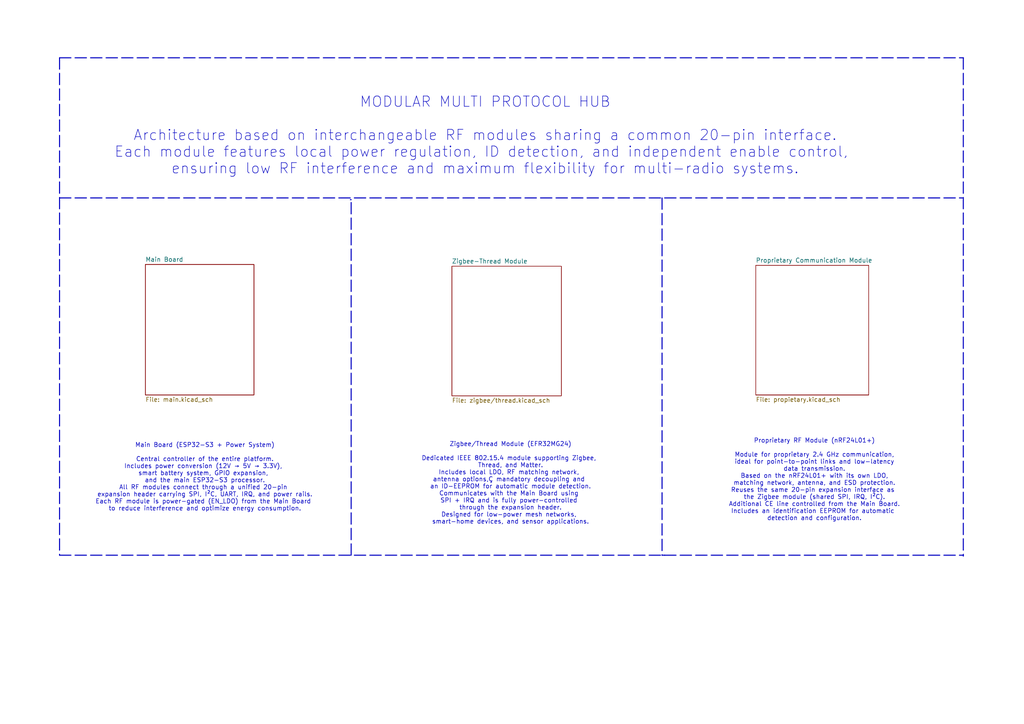
<source format=kicad_sch>
(kicad_sch
	(version 20250114)
	(generator "eeschema")
	(generator_version "9.0")
	(uuid "2f4c15b3-8cc3-42dd-8fd5-f75a8a30a690")
	(paper "A4")
	(lib_symbols)
	(text "Proprietary RF Module (nRF24L01+)\n\nModule for proprietary 2.4 GHz communication,\nideal for point-to-point links and low-latency\ndata transmission.\nBased on the nRF24L01+ with its own LDO,\nmatching network, antenna, and ESD protection.\nReuses the same 20-pin expansion interface as \nthe Zigbee module (shared SPI, IRQ, I²C).\nAdditional CE line controlled from the Main Board.\nIncludes an identification EEPROM for automatic \ndetection and configuration."
		(exclude_from_sim no)
		(at 236.22 139.192 0)
		(effects
			(font
				(size 1.27 1.27)
			)
		)
		(uuid "66cd3675-5d10-4aa6-be40-78b6f9067048")
	)
	(text "Main Board (ESP32-S3 + Power System)\n\nCentral controller of the entire platform.\nIncludes power conversion (12V → 5V → 3.3V), \nsmart battery system, GPIO expansion, \nand the main ESP32-S3 processor.\nAll RF modules connect through a unified 20-pin \nexpansion header carrying SPI, I²C, UART, IRQ, and power rails.\nEach RF module is power-gated (EN_LDO) from the Main Board \nto reduce interference and optimize energy consumption."
		(exclude_from_sim no)
		(at 59.436 138.43 0)
		(effects
			(font
				(size 1.27 1.27)
			)
		)
		(uuid "6d07d82e-8a24-4e5c-adb8-b464e13f9cc6")
	)
	(text "Zigbee/Thread Module (EFR32MG24)\n\nDedicated IEEE 802.15.4 module supporting Zigbee, \nThread, and Matter.\nIncludes local LDO, RF matching network, \nantenna options,Ç mandatory decoupling and \nan ID-EEPROM for automatic module detection.\nCommunicates with the Main Board using \nSPI + IRQ and is fully power-controlled \nthrough the expansion header.\nDesigned for low-power mesh networks, \nsmart-home devices, and sensor applications."
		(exclude_from_sim no)
		(at 148.082 140.208 0)
		(effects
			(font
				(size 1.27 1.27)
			)
		)
		(uuid "b96f34d4-a456-4c73-a6c6-e6bdfba82a04")
	)
	(text "MODULAR MULTI PROTOCOL HUB\n\nArchitecture based on interchangeable RF modules sharing a common 20-pin interface.\nEach module features local power regulation, ID detection, and independent enable control, \nensuring low RF interference and maximum flexibility for multi-radio systems."
		(exclude_from_sim no)
		(at 140.716 39.37 0)
		(effects
			(font
				(size 3 3)
			)
		)
		(uuid "ba95cdb4-345b-4f4a-895a-d615cf3533ef")
	)
	(polyline
		(pts
			(xy 17.272 16.764) (xy 17.272 161.036)
		)
		(stroke
			(width 0.3)
			(type dash)
		)
		(uuid "3775b251-e79e-43c1-addf-80a13d68b11c")
	)
	(polyline
		(pts
			(xy 101.854 161.036) (xy 101.854 57.912)
		)
		(stroke
			(width 0.3)
			(type dash)
		)
		(uuid "54c631d1-5a5a-49f4-a585-0de8a6955ad2")
	)
	(polyline
		(pts
			(xy 192.024 161.036) (xy 192.786 161.036)
		)
		(stroke
			(width 0.3)
			(type dash)
		)
		(uuid "688401a9-7655-4ea0-bc5c-2e697663a7c2")
	)
	(polyline
		(pts
			(xy 17.272 16.764) (xy 279.4 16.764)
		)
		(stroke
			(width 0.3)
			(type dash)
		)
		(uuid "70fffd27-720b-494d-8f3e-6aebde1bd066")
	)
	(polyline
		(pts
			(xy 192.024 57.404) (xy 192.024 161.036)
		)
		(stroke
			(width 0.3)
			(type dash)
		)
		(uuid "968e787e-c3d7-4e55-b2c8-dabfa9f051e0")
	)
	(polyline
		(pts
			(xy 279.4 16.764) (xy 279.4 161.29)
		)
		(stroke
			(width 0.3)
			(type dash)
		)
		(uuid "a40e739b-58fe-4973-bfef-c2ef503dd45c")
	)
	(polyline
		(pts
			(xy 17.272 161.036) (xy 279.4 161.036)
		)
		(stroke
			(width 0.3)
			(type dash)
		)
		(uuid "acc51adc-2be7-41b4-8852-f5a030e898f7")
	)
	(polyline
		(pts
			(xy 101.6 57.912) (xy 101.854 57.912)
		)
		(stroke
			(width 0.3)
			(type dash)
		)
		(uuid "b9c29cfa-5062-449a-961a-e5d2fb590fad")
	)
	(polyline
		(pts
			(xy 17.272 57.404) (xy 279.146 57.404)
		)
		(stroke
			(width 0.3)
			(type dash)
		)
		(uuid "efac8170-8e59-4bc2-96f6-3643645014f9")
	)
	(sheet
		(at 219.202 76.962)
		(size 32.766 37.592)
		(exclude_from_sim no)
		(in_bom yes)
		(on_board yes)
		(dnp no)
		(fields_autoplaced yes)
		(stroke
			(width 0.1524)
			(type solid)
		)
		(fill
			(color 0 0 0 0.0000)
		)
		(uuid "03e859a1-1cae-4480-919d-2ba03c99f540")
		(property "Sheetname" "Proprietary Communication Module"
			(at 219.202 76.2504 0)
			(effects
				(font
					(size 1.27 1.27)
				)
				(justify left bottom)
			)
		)
		(property "Sheetfile" "propietary.kicad_sch"
			(at 219.202 115.1386 0)
			(effects
				(font
					(size 1.27 1.27)
				)
				(justify left top)
			)
		)
		(instances
			(project "Hub"
				(path "/2f4c15b3-8cc3-42dd-8fd5-f75a8a30a690"
					(page "7")
				)
			)
		)
	)
	(sheet
		(at 131.064 77.216)
		(size 31.75 37.592)
		(exclude_from_sim no)
		(in_bom yes)
		(on_board yes)
		(dnp no)
		(fields_autoplaced yes)
		(stroke
			(width 0.1524)
			(type solid)
		)
		(fill
			(color 0 0 0 0.0000)
		)
		(uuid "6d806a1d-03a1-4b2b-a6c8-b6633f09980b")
		(property "Sheetname" "Zigbee-Thread Module"
			(at 131.064 76.5044 0)
			(effects
				(font
					(size 1.27 1.27)
				)
				(justify left bottom)
			)
		)
		(property "Sheetfile" "zigbee/thread.kicad_sch"
			(at 131.064 115.3926 0)
			(effects
				(font
					(size 1.27 1.27)
				)
				(justify left top)
			)
		)
		(instances
			(project "Hub"
				(path "/2f4c15b3-8cc3-42dd-8fd5-f75a8a30a690"
					(page "6")
				)
			)
		)
	)
	(sheet
		(at 42.164 76.708)
		(size 31.496 37.846)
		(exclude_from_sim no)
		(in_bom yes)
		(on_board yes)
		(dnp no)
		(fields_autoplaced yes)
		(stroke
			(width 0.1524)
			(type solid)
		)
		(fill
			(color 0 0 0 0.0000)
		)
		(uuid "746d0140-9bed-4677-9571-c0a9a363fe50")
		(property "Sheetname" "Main Board"
			(at 42.164 75.9964 0)
			(effects
				(font
					(size 1.27 1.27)
				)
				(justify left bottom)
			)
		)
		(property "Sheetfile" "main.kicad_sch"
			(at 42.164 115.1386 0)
			(effects
				(font
					(size 1.27 1.27)
				)
				(justify left top)
			)
		)
		(instances
			(project "Hub"
				(path "/2f4c15b3-8cc3-42dd-8fd5-f75a8a30a690"
					(page "2")
				)
			)
		)
	)
	(sheet_instances
		(path "/"
			(page "1")
		)
	)
	(embedded_fonts no)
)

</source>
